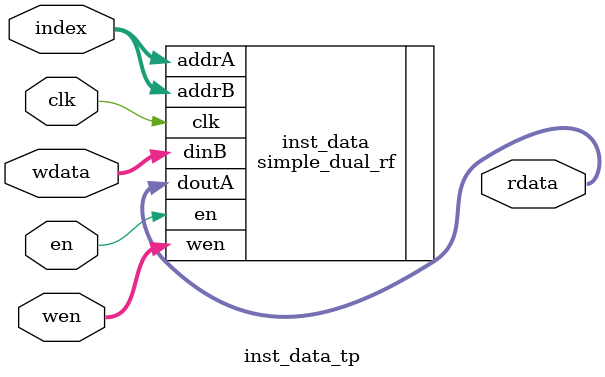
<source format=v>
`timescale 1ns / 1ps
module inst_data_tp#(
    parameter LINE  = 128,
    parameter BLOCK = 8
)(
    input                     clk  ,
    input                     en   ,
    input  [4*BLOCK-1     :0] wen  ,
    input  [$clog2(LINE)-1:0] index,
    input  [32*BLOCK-1    :0] wdata,
    output [32*BLOCK-1    :0] rdata
);
    simple_dual_rf #(
    .NUM_COL         (   4*BLOCK),
    .COL_WIDTH       (   8),
    .ADDR_WIDTH      (  $clog2(LINE))
    ) inst_data (
    .clk(clk),
    .en(en), 
    .addrA(index),
    .doutA(rdata),
    .wen(wen),
    .addrB(index),
    .dinB(wdata)
    );
    /* xpm_memory_spram #( */
    /*     .ADDR_WIDTH_A       ($clog2(LINE)   ), */
    /*     .AUTO_SLEEP_TIME    (0              ), */
    /*     .BYTE_WRITE_WIDTH_A (8              ), */
    /*     .CASCADE_HEIGHT     (0              ), */
    /*     .ECC_MODE           ("no_ecc"       ), */
    /*     .MEMORY_INIT_FILE   ("none"         ), */
    /*     .MEMORY_INIT_PARAM  ("0"            ), */
    /*     .MEMORY_OPTIMIZATION("true"         ), */
    /*     .MEMORY_PRIMITIVE   ("auto"         ), */
    /*     .MEMORY_SIZE        (32*BLOCK*LINE  ), */
    /*     .MESSAGE_CONTROL    (0              ), */
    /*     .READ_DATA_WIDTH_A  (32*BLOCK       ), */
    /*     .READ_LATENCY_A     (1              ), */
    /*     .READ_RESET_VALUE_A ("0"            ), */
    /*     .RST_MODE_A         ("SYNC"         ), */
    /*     .SIM_ASSERT_CHK     (0              ), */
    /*     .USE_MEM_INIT       (0              ), */
    /*     .WAKEUP_TIME        ("disable_sleep"), */
    /*     .WRITE_DATA_WIDTH_A (32*BLOCK       ), */
    /*     .WRITE_MODE_A       ("read_first"   ) */
    /* ) */
    /* xpm_memory_spram_inst ( */
    /*     .douta(rdata), */
    /*     .addra(index), */
    /*     .clka (clk  ), */
    /*     .dina (wdata), */
    /*     .ena  (en   ), */
    /*     .wea  (wen  ) */
    /* ); */
endmodule


</source>
